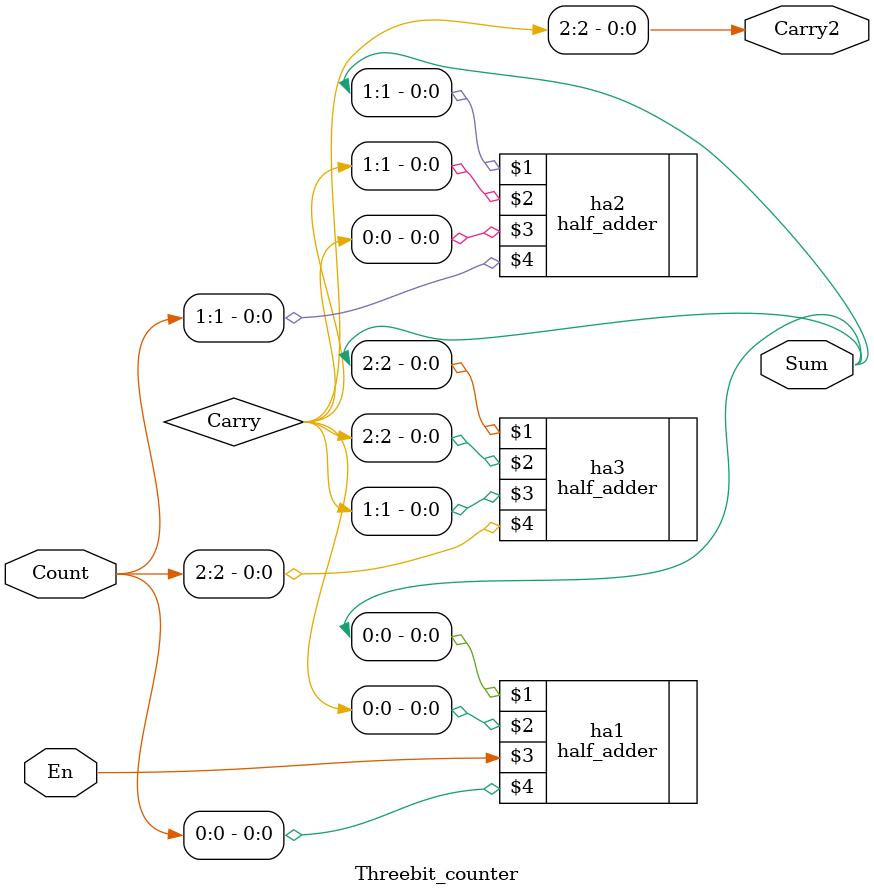
<source format=v>
`timescale 1ns / 1ps
`default_nettype none


module up_counter(Count,Carry2,En,Clk,Rst);

    output reg [2:0] Count; //outputs
    output wire Carry2;
    
    input wire En, Clk, Rst; //inputs
    
    wire [2:0] Carry, Sum; //additional needed wires
    
    Threebit_counter UC1(Sum,Carry2,Count,En); //instantiate TBC
    
    always@(posedge Clk or posedge Rst)
        if(Rst) //if Rst == 1'b1
            Count <= 0; //reset
        else //otherwise, latch sum
            Count <= Sum;
endmodule

module Threebit_counter(Sum,Carry2,Count,En);
//declare variables
    input wire En;
    input wire [2:0]Count;
    output wire [2:0]Sum;
    output wire Carry2;
    wire [2:0] Carry;
    
    //instantiate and wire up HAs
    half_adder ha1(Sum[0], Carry[0], En, Count[0]);
    half_adder ha2(Sum[1], Carry[1], Carry[0], Count[1]);
    half_adder ha3(Sum[2], Carry[2], Carry[1], Count[2]);
    
    //wire up carry2
    assign Carry2 = Carry[2];
    
endmodule
</source>
